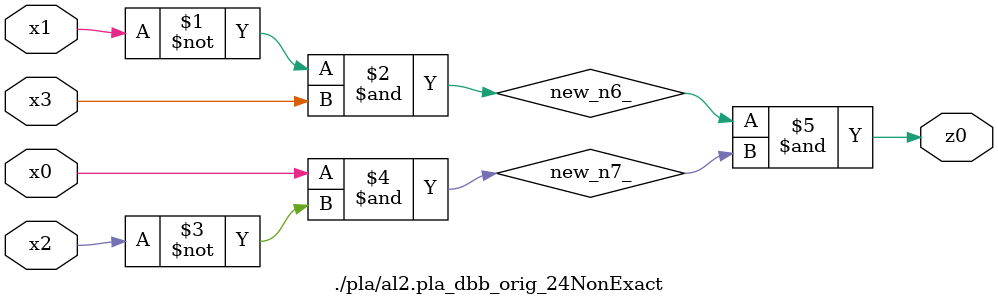
<source format=v>

module \./pla/al2.pla_dbb_orig_24NonExact  ( 
    x0, x1, x2, x3,
    z0  );
  input  x0, x1, x2, x3;
  output z0;
  wire new_n6_, new_n7_;
  assign new_n6_ = ~x1 & x3;
  assign new_n7_ = x0 & ~x2;
  assign z0 = new_n6_ & new_n7_;
endmodule



</source>
